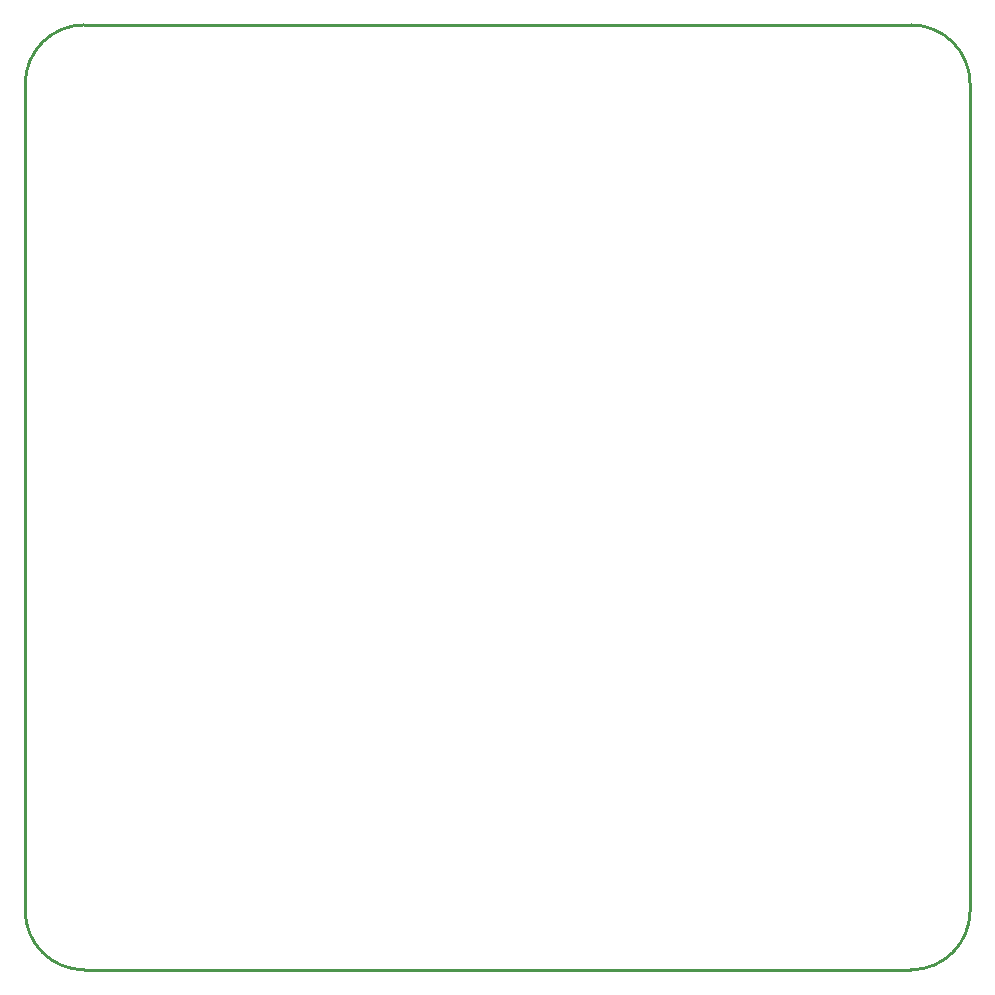
<source format=gm1>
G04*
G04 #@! TF.GenerationSoftware,Altium Limited,Altium Designer,24.0.1 (36)*
G04*
G04 Layer_Color=16711935*
%FSLAX25Y25*%
%MOIN*%
G70*
G04*
G04 #@! TF.SameCoordinates,A26AD350-1B62-4F7C-A742-23546F987C93*
G04*
G04*
G04 #@! TF.FilePolarity,Positive*
G04*
G01*
G75*
%ADD12C,0.01000*%
D12*
X315461Y295776D02*
G03*
X295776Y315461I-19685J0D01*
G01*
Y500D02*
G03*
X315461Y20185I0J19685D01*
G01*
X20185Y315461D02*
G03*
X500Y295776I0J-19685D01*
G01*
Y20185D02*
G03*
X20185Y500I19685J0D01*
G01*
X295776D01*
X20185Y315461D02*
X295776D01*
X315461Y20185D02*
Y295776D01*
X500Y20185D02*
Y295776D01*
M02*

</source>
